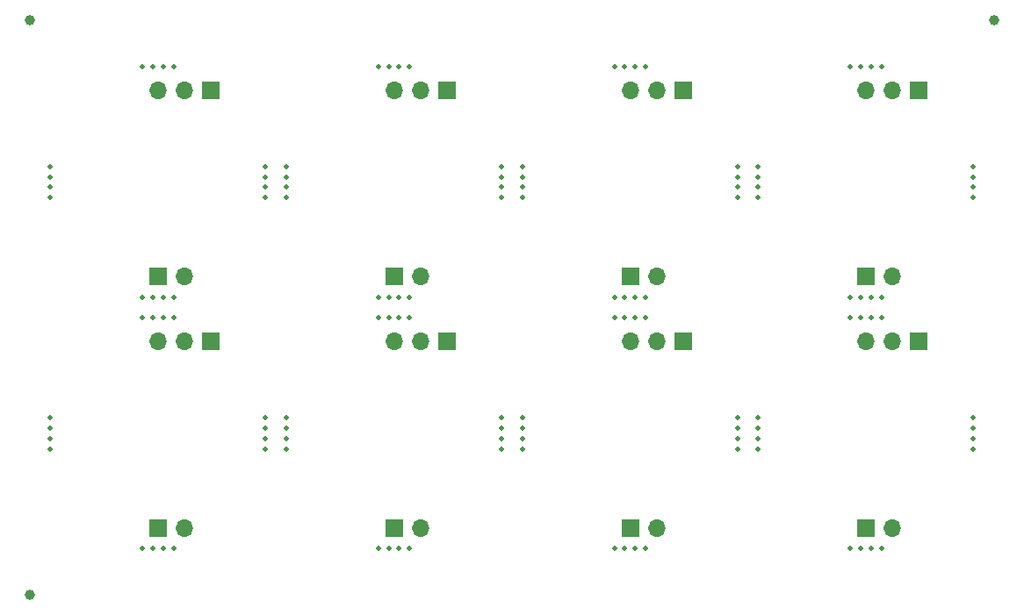
<source format=gbr>
%TF.GenerationSoftware,KiCad,Pcbnew,8.0.6*%
%TF.CreationDate,2024-11-11T11:34:17+07:00*%
%TF.ProjectId,HV-BOARD - pannel,48562d42-4f41-4524-9420-2d2070616e6e,rev?*%
%TF.SameCoordinates,Original*%
%TF.FileFunction,Soldermask,Bot*%
%TF.FilePolarity,Negative*%
%FSLAX46Y46*%
G04 Gerber Fmt 4.6, Leading zero omitted, Abs format (unit mm)*
G04 Created by KiCad (PCBNEW 8.0.6) date 2024-11-11 11:34:17*
%MOMM*%
%LPD*%
G01*
G04 APERTURE LIST*
%ADD10C,0.500000*%
%ADD11R,1.700000X1.700000*%
%ADD12O,1.700000X1.700000*%
%ADD13C,1.000000*%
G04 APERTURE END LIST*
D10*
%TO.C,KiKit_MB_7_4*%
X41624998Y-7000001D03*
%TD*%
%TO.C,KiKit_MB_3_2*%
X16875000Y-7000001D03*
%TD*%
%TO.C,KiKit_MB_25_1*%
X52499998Y-43875000D03*
%TD*%
%TO.C,KiKit_MB_16_3*%
X85124996Y-29250000D03*
%TD*%
%TO.C,KiKit_MB_30_4*%
X95999995Y-43875000D03*
%TD*%
%TO.C,KiKit_MB_16_2*%
X86124996Y-29250000D03*
%TD*%
%TO.C,KiKit_MB_3_1*%
X15875000Y-7000001D03*
%TD*%
%TO.C,KiKit_MB_31_2*%
X85124996Y-31250000D03*
%TD*%
%TO.C,KiKit_MB_10_4*%
X73249996Y-19625000D03*
%TD*%
%TO.C,KiKit_MB_30_3*%
X95999995Y-42875000D03*
%TD*%
%TO.C,KiKit_MB_4_3*%
X16875000Y-29250000D03*
%TD*%
%TO.C,KiKit_MB_12_3*%
X62374997Y-29250000D03*
%TD*%
%TO.C,KiKit_MB_26_3*%
X73249996Y-42875000D03*
%TD*%
%TO.C,KiKit_MB_29_2*%
X75249997Y-42875000D03*
%TD*%
%TO.C,KiKit_MB_6_3*%
X50499997Y-18625000D03*
%TD*%
%TO.C,KiKit_MB_17_1*%
X7000001Y-43875000D03*
%TD*%
%TO.C,KiKit_MB_3_3*%
X17874999Y-7000001D03*
%TD*%
%TO.C,KiKit_MB_24_3*%
X39624998Y-53500000D03*
%TD*%
%TO.C,KiKit_MB_11_4*%
X64374997Y-7000001D03*
%TD*%
%TO.C,KiKit_MB_25_4*%
X52499998Y-40875000D03*
%TD*%
%TO.C,KiKit_MB_18_1*%
X27749998Y-40875000D03*
%TD*%
%TO.C,KiKit_MB_25_2*%
X52499998Y-42875000D03*
%TD*%
%TO.C,KiKit_MB_29_4*%
X75249997Y-40875000D03*
%TD*%
%TO.C,KiKit_MB_22_3*%
X50499997Y-42875000D03*
%TD*%
%TO.C,KiKit_MB_4_4*%
X15875000Y-29250000D03*
%TD*%
%TO.C,KiKit_MB_8_2*%
X40624998Y-29250000D03*
%TD*%
%TO.C,KiKit_MB_27_1*%
X61374997Y-31250000D03*
%TD*%
%TO.C,KiKit_MB_19_2*%
X16875000Y-31250000D03*
%TD*%
%TO.C,KiKit_MB_27_3*%
X63374997Y-31250000D03*
%TD*%
%TO.C,KiKit_MB_24_1*%
X41624998Y-53500000D03*
%TD*%
%TO.C,KiKit_MB_21_1*%
X29749999Y-43875000D03*
%TD*%
%TO.C,KiKit_MB_14_1*%
X95999995Y-16625001D03*
%TD*%
%TO.C,KiKit_MB_19_1*%
X15875000Y-31250000D03*
%TD*%
%TO.C,KiKit_MB_8_3*%
X39624998Y-29250000D03*
%TD*%
%TO.C,KiKit_MB_15_2*%
X85124996Y-7000001D03*
%TD*%
%TO.C,KiKit_MB_11_3*%
X63374997Y-7000001D03*
%TD*%
%TO.C,KiKit_MB_5_4*%
X29749999Y-16625001D03*
%TD*%
%TO.C,KiKit_MB_19_4*%
X18874999Y-31250000D03*
%TD*%
%TO.C,KiKit_MB_23_2*%
X39624998Y-31250000D03*
%TD*%
%TO.C,KiKit_MB_29_1*%
X75249997Y-43875000D03*
%TD*%
%TO.C,KiKit_MB_4_1*%
X18874999Y-29250000D03*
%TD*%
%TO.C,KiKit_MB_24_4*%
X38624998Y-53500000D03*
%TD*%
%TO.C,KiKit_MB_1_4*%
X7000001Y-16625001D03*
%TD*%
%TO.C,KiKit_MB_20_4*%
X15875000Y-53500000D03*
%TD*%
%TO.C,KiKit_MB_31_1*%
X84124996Y-31250000D03*
%TD*%
%TO.C,KiKit_MB_13_4*%
X75249997Y-16625001D03*
%TD*%
%TO.C,KiKit_MB_1_3*%
X7000001Y-17625001D03*
%TD*%
%TO.C,KiKit_MB_23_1*%
X38624998Y-31250000D03*
%TD*%
%TO.C,KiKit_MB_10_2*%
X73249996Y-17625001D03*
%TD*%
%TO.C,KiKit_MB_11_2*%
X62374997Y-7000001D03*
%TD*%
%TO.C,KiKit_MB_14_2*%
X95999995Y-17625001D03*
%TD*%
%TO.C,KiKit_MB_30_2*%
X95999995Y-41875000D03*
%TD*%
%TO.C,KiKit_MB_14_4*%
X95999995Y-19625000D03*
%TD*%
%TO.C,KiKit_MB_16_1*%
X87124996Y-29250000D03*
%TD*%
%TO.C,KiKit_MB_9_1*%
X52499998Y-19625000D03*
%TD*%
%TO.C,KiKit_MB_22_1*%
X50499997Y-40875000D03*
%TD*%
%TO.C,KiKit_MB_7_2*%
X39624998Y-7000001D03*
%TD*%
%TO.C,KiKit_MB_8_4*%
X38624998Y-29250000D03*
%TD*%
%TO.C,KiKit_MB_28_3*%
X62374997Y-53500000D03*
%TD*%
%TO.C,KiKit_MB_10_1*%
X73249996Y-16625001D03*
%TD*%
%TO.C,KiKit_MB_9_4*%
X52499998Y-16625001D03*
%TD*%
%TO.C,KiKit_MB_17_2*%
X7000001Y-42875000D03*
%TD*%
%TO.C,KiKit_MB_2_3*%
X27749998Y-18625000D03*
%TD*%
%TO.C,KiKit_MB_21_3*%
X29749999Y-41875000D03*
%TD*%
%TO.C,KiKit_MB_17_3*%
X7000001Y-41875000D03*
%TD*%
%TO.C,KiKit_MB_7_1*%
X38624998Y-7000001D03*
%TD*%
%TO.C,KiKit_MB_5_2*%
X29749999Y-18625000D03*
%TD*%
%TO.C,KiKit_MB_15_3*%
X86124996Y-7000001D03*
%TD*%
%TO.C,KiKit_MB_10_3*%
X73249996Y-18625000D03*
%TD*%
%TO.C,KiKit_MB_20_2*%
X17874999Y-53500000D03*
%TD*%
%TO.C,KiKit_MB_31_4*%
X87124996Y-31250000D03*
%TD*%
%TO.C,KiKit_MB_1_2*%
X7000001Y-18625000D03*
%TD*%
%TO.C,KiKit_MB_22_4*%
X50499997Y-43875000D03*
%TD*%
%TO.C,KiKit_MB_31_3*%
X86124996Y-31250000D03*
%TD*%
%TO.C,KiKit_MB_27_2*%
X62374997Y-31250000D03*
%TD*%
%TO.C,KiKit_MB_2_4*%
X27749998Y-19625000D03*
%TD*%
%TO.C,KiKit_MB_7_3*%
X40624998Y-7000001D03*
%TD*%
%TO.C,KiKit_MB_13_2*%
X75249997Y-18625000D03*
%TD*%
%TO.C,KiKit_MB_15_1*%
X84124996Y-7000001D03*
%TD*%
%TO.C,KiKit_MB_5_3*%
X29749999Y-17625001D03*
%TD*%
%TO.C,KiKit_MB_12_1*%
X64374997Y-29250000D03*
%TD*%
%TO.C,KiKit_MB_32_4*%
X84124996Y-53500000D03*
%TD*%
%TO.C,KiKit_MB_1_1*%
X7000001Y-19625000D03*
%TD*%
%TO.C,KiKit_MB_3_4*%
X18874999Y-7000001D03*
%TD*%
%TO.C,KiKit_MB_12_4*%
X61374997Y-29250000D03*
%TD*%
%TO.C,KiKit_MB_26_4*%
X73249996Y-43875000D03*
%TD*%
%TO.C,KiKit_MB_21_4*%
X29749999Y-40875000D03*
%TD*%
%TO.C,KiKit_MB_32_1*%
X87124996Y-53500000D03*
%TD*%
%TO.C,KiKit_MB_27_4*%
X64374997Y-31250000D03*
%TD*%
%TO.C,KiKit_MB_18_3*%
X27749998Y-42875000D03*
%TD*%
%TO.C,KiKit_MB_29_3*%
X75249997Y-41875000D03*
%TD*%
%TO.C,KiKit_MB_30_1*%
X95999995Y-40875000D03*
%TD*%
%TO.C,KiKit_MB_20_1*%
X18874999Y-53500000D03*
%TD*%
%TO.C,KiKit_MB_19_3*%
X17874999Y-31250000D03*
%TD*%
%TO.C,KiKit_MB_5_1*%
X29749999Y-19625000D03*
%TD*%
%TO.C,KiKit_MB_11_1*%
X61374997Y-7000001D03*
%TD*%
%TO.C,KiKit_MB_28_1*%
X64374997Y-53500000D03*
%TD*%
%TO.C,KiKit_MB_22_2*%
X50499997Y-41875000D03*
%TD*%
%TO.C,KiKit_MB_26_2*%
X73249996Y-41875000D03*
%TD*%
%TO.C,KiKit_MB_4_2*%
X17874999Y-29250000D03*
%TD*%
%TO.C,KiKit_MB_9_3*%
X52499998Y-17625001D03*
%TD*%
%TO.C,KiKit_MB_6_4*%
X50499997Y-19625000D03*
%TD*%
%TO.C,KiKit_MB_13_3*%
X75249997Y-17625001D03*
%TD*%
%TO.C,KiKit_MB_32_2*%
X86124996Y-53500000D03*
%TD*%
%TO.C,KiKit_MB_15_4*%
X87124996Y-7000001D03*
%TD*%
%TO.C,KiKit_MB_26_1*%
X73249996Y-40875000D03*
%TD*%
%TO.C,KiKit_MB_13_1*%
X75249997Y-19625000D03*
%TD*%
%TO.C,KiKit_MB_2_2*%
X27749998Y-17625001D03*
%TD*%
%TO.C,KiKit_MB_17_4*%
X7000001Y-40875000D03*
%TD*%
%TO.C,KiKit_MB_9_2*%
X52499998Y-18625000D03*
%TD*%
%TO.C,KiKit_MB_14_3*%
X95999995Y-18625000D03*
%TD*%
%TO.C,KiKit_MB_24_2*%
X40624998Y-53500000D03*
%TD*%
%TO.C,KiKit_MB_6_2*%
X50499997Y-17625001D03*
%TD*%
%TO.C,KiKit_MB_6_1*%
X50499997Y-16625001D03*
%TD*%
%TO.C,KiKit_MB_2_1*%
X27749998Y-16625001D03*
%TD*%
%TO.C,KiKit_MB_32_3*%
X85124996Y-53500000D03*
%TD*%
%TO.C,KiKit_MB_16_4*%
X84124996Y-29250000D03*
%TD*%
%TO.C,KiKit_MB_28_4*%
X61374997Y-53500000D03*
%TD*%
%TO.C,KiKit_MB_20_3*%
X16875000Y-53500000D03*
%TD*%
%TO.C,KiKit_MB_12_2*%
X63374997Y-29250000D03*
%TD*%
%TO.C,KiKit_MB_8_1*%
X41624998Y-29250000D03*
%TD*%
%TO.C,KiKit_MB_18_4*%
X27749998Y-43875000D03*
%TD*%
%TO.C,KiKit_MB_18_2*%
X27749998Y-41875000D03*
%TD*%
%TO.C,KiKit_MB_25_3*%
X52499998Y-41875000D03*
%TD*%
%TO.C,KiKit_MB_28_2*%
X63374997Y-53500000D03*
%TD*%
%TO.C,KiKit_MB_23_3*%
X40624998Y-31250000D03*
%TD*%
%TO.C,KiKit_MB_21_2*%
X29749999Y-42875000D03*
%TD*%
%TO.C,KiKit_MB_23_4*%
X41624998Y-31250000D03*
%TD*%
D11*
%TO.C,J5*%
X90749995Y-33500001D03*
D12*
X88209995Y-33500001D03*
X85669995Y-33500001D03*
%TD*%
D11*
%TO.C,J5*%
X22499998Y-9250001D03*
D12*
X19959998Y-9250001D03*
X17419998Y-9250001D03*
%TD*%
D11*
%TO.C,J5*%
X67999996Y-9250001D03*
D12*
X65459996Y-9250001D03*
X62919996Y-9250001D03*
%TD*%
D11*
%TO.C,J7*%
X40169997Y-51500001D03*
D12*
X42709997Y-51500001D03*
%TD*%
D11*
%TO.C,J5*%
X22499998Y-33500001D03*
D12*
X19959998Y-33500001D03*
X17419998Y-33500001D03*
%TD*%
D11*
%TO.C,J7*%
X17419998Y-51500001D03*
D12*
X19959998Y-51500001D03*
%TD*%
D13*
%TO.C,KiKit_FID_B_1*%
X5000000Y-2500000D03*
%TD*%
D11*
%TO.C,J5*%
X67999996Y-33500001D03*
D12*
X65459996Y-33500001D03*
X62919996Y-33500001D03*
%TD*%
D13*
%TO.C,KiKit_FID_B_2*%
X97999995Y-2500000D03*
%TD*%
D11*
%TO.C,J5*%
X45249997Y-33500001D03*
D12*
X42709997Y-33500001D03*
X40169997Y-33500001D03*
%TD*%
D11*
%TO.C,J7*%
X85669995Y-27250001D03*
D12*
X88209995Y-27250001D03*
%TD*%
D11*
%TO.C,J7*%
X40169997Y-27250001D03*
D12*
X42709997Y-27250001D03*
%TD*%
D13*
%TO.C,KiKit_FID_B_3*%
X5000000Y-58000001D03*
%TD*%
D11*
%TO.C,J5*%
X45249997Y-9250001D03*
D12*
X42709997Y-9250001D03*
X40169997Y-9250001D03*
%TD*%
D11*
%TO.C,J7*%
X62919996Y-51500001D03*
D12*
X65459996Y-51500001D03*
%TD*%
D11*
%TO.C,J7*%
X62919996Y-27250001D03*
D12*
X65459996Y-27250001D03*
%TD*%
D11*
%TO.C,J5*%
X90749995Y-9250001D03*
D12*
X88209995Y-9250001D03*
X85669995Y-9250001D03*
%TD*%
D11*
%TO.C,J7*%
X85669995Y-51500001D03*
D12*
X88209995Y-51500001D03*
%TD*%
D11*
%TO.C,J7*%
X17419998Y-27250001D03*
D12*
X19959998Y-27250001D03*
%TD*%
M02*

</source>
